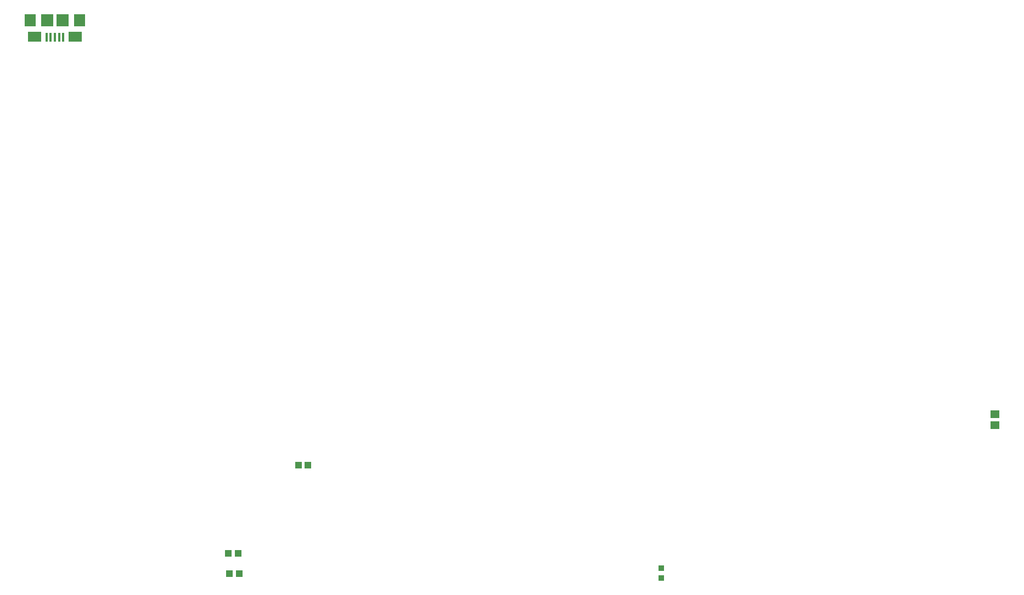
<source format=gbp>
G04*
G04 #@! TF.GenerationSoftware,Altium Limited,Altium Designer,18.1.11 (251)*
G04*
G04 Layer_Color=128*
%FSLAX25Y25*%
%MOIN*%
G70*
G01*
G75*
%ADD39R,0.05709X0.04724*%
%ADD43R,0.03543X0.03347*%
%ADD52R,0.04134X0.03937*%
%ADD139R,0.07087X0.07480*%
%ADD140R,0.07480X0.07480*%
%ADD141R,0.08268X0.06299*%
%ADD142R,0.01575X0.05315*%
%ADD143R,0.01575X0.05335*%
D39*
X872047Y222209D02*
D03*
Y215516D02*
D03*
D43*
X669291Y128622D02*
D03*
Y122520D02*
D03*
D52*
X454724Y191240D02*
D03*
X448819D02*
D03*
X406299Y137678D02*
D03*
X412205D02*
D03*
X406929Y125278D02*
D03*
X412835D02*
D03*
D139*
X315846Y462008D02*
D03*
X285925Y462008D02*
D03*
D140*
X305610D02*
D03*
X296161D02*
D03*
D141*
X313090Y451968D02*
D03*
X288681Y451968D02*
D03*
D142*
X303445Y451476D02*
D03*
X306004D02*
D03*
X295768D02*
D03*
X300886D02*
D03*
D143*
X298327D02*
D03*
M02*

</source>
